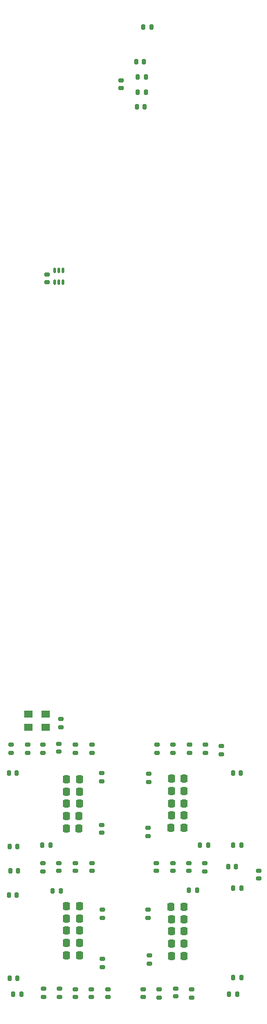
<source format=gbp>
G04 #@! TF.GenerationSoftware,KiCad,Pcbnew,9.0.1*
G04 #@! TF.CreationDate,2025-06-03T01:03:25-04:00*
G04 #@! TF.ProjectId,nerdqaxe++,6e657264-7161-4786-952b-2b2e6b696361,rev?*
G04 #@! TF.SameCoordinates,Original*
G04 #@! TF.FileFunction,Paste,Bot*
G04 #@! TF.FilePolarity,Positive*
%FSLAX46Y46*%
G04 Gerber Fmt 4.6, Leading zero omitted, Abs format (unit mm)*
G04 Created by KiCad (PCBNEW 9.0.1) date 2025-06-03 01:03:25*
%MOMM*%
%LPD*%
G01*
G04 APERTURE LIST*
G04 Aperture macros list*
%AMRoundRect*
0 Rectangle with rounded corners*
0 $1 Rounding radius*
0 $2 $3 $4 $5 $6 $7 $8 $9 X,Y pos of 4 corners*
0 Add a 4 corners polygon primitive as box body*
4,1,4,$2,$3,$4,$5,$6,$7,$8,$9,$2,$3,0*
0 Add four circle primitives for the rounded corners*
1,1,$1+$1,$2,$3*
1,1,$1+$1,$4,$5*
1,1,$1+$1,$6,$7*
1,1,$1+$1,$8,$9*
0 Add four rect primitives between the rounded corners*
20,1,$1+$1,$2,$3,$4,$5,0*
20,1,$1+$1,$4,$5,$6,$7,0*
20,1,$1+$1,$6,$7,$8,$9,0*
20,1,$1+$1,$8,$9,$2,$3,0*%
G04 Aperture macros list end*
%ADD10RoundRect,0.140000X-0.170000X0.140000X-0.170000X-0.140000X0.170000X-0.140000X0.170000X0.140000X0*%
%ADD11RoundRect,0.140000X0.140000X0.170000X-0.140000X0.170000X-0.140000X-0.170000X0.140000X-0.170000X0*%
%ADD12RoundRect,0.135000X-0.135000X-0.185000X0.135000X-0.185000X0.135000X0.185000X-0.135000X0.185000X0*%
%ADD13RoundRect,0.225000X0.225000X0.250000X-0.225000X0.250000X-0.225000X-0.250000X0.225000X-0.250000X0*%
%ADD14RoundRect,0.225000X-0.225000X-0.250000X0.225000X-0.250000X0.225000X0.250000X-0.225000X0.250000X0*%
%ADD15RoundRect,0.135000X0.135000X0.185000X-0.135000X0.185000X-0.135000X-0.185000X0.135000X-0.185000X0*%
%ADD16RoundRect,0.140000X0.170000X-0.140000X0.170000X0.140000X-0.170000X0.140000X-0.170000X-0.140000X0*%
%ADD17RoundRect,0.135000X-0.185000X0.135000X-0.185000X-0.135000X0.185000X-0.135000X0.185000X0.135000X0*%
%ADD18RoundRect,0.140000X-0.140000X-0.170000X0.140000X-0.170000X0.140000X0.170000X-0.140000X0.170000X0*%
%ADD19RoundRect,0.135000X0.185000X-0.135000X0.185000X0.135000X-0.185000X0.135000X-0.185000X-0.135000X0*%
%ADD20R,1.000000X0.900000*%
%ADD21RoundRect,0.050000X0.100000X-0.285000X0.100000X0.285000X-0.100000X0.285000X-0.100000X-0.285000X0*%
G04 APERTURE END LIST*
D10*
X92180000Y-142810000D03*
X92180000Y-143770000D03*
D11*
X109180000Y-140200000D03*
X108220000Y-140200000D03*
D12*
X86100000Y-140460000D03*
X87120000Y-140460000D03*
D13*
X89365000Y-126880000D03*
X87815000Y-126880000D03*
D14*
X100605000Y-142450000D03*
X102155000Y-142450000D03*
D15*
X97497500Y-43000000D03*
X96477500Y-43000000D03*
D14*
X100625000Y-146950000D03*
X102175000Y-146950000D03*
D10*
X102860000Y-122660000D03*
X102860000Y-123620000D03*
D16*
X97190000Y-153480000D03*
X97190000Y-152520000D03*
D17*
X104720000Y-137090000D03*
X104720000Y-138110000D03*
D18*
X96320000Y-39200000D03*
X97280000Y-39200000D03*
D10*
X92855000Y-152490000D03*
X92855000Y-153450000D03*
D13*
X89375000Y-142380000D03*
X87825000Y-142380000D03*
D16*
X86890000Y-138075000D03*
X86890000Y-137115000D03*
D17*
X103100000Y-152480000D03*
X103100000Y-153500000D03*
D13*
X89325000Y-131350000D03*
X87775000Y-131350000D03*
D10*
X106790000Y-122820000D03*
X106790000Y-123780000D03*
D19*
X84900000Y-138120000D03*
X84900000Y-137100000D03*
D13*
X89375000Y-145350000D03*
X87825000Y-145350000D03*
D15*
X85810000Y-134900000D03*
X84790000Y-134900000D03*
D14*
X100625000Y-145450000D03*
X102175000Y-145450000D03*
D10*
X88870000Y-152490000D03*
X88870000Y-153450000D03*
D11*
X81720000Y-126120000D03*
X80760000Y-126120000D03*
D12*
X104160000Y-134890000D03*
X105180000Y-134890000D03*
D18*
X107600000Y-137500000D03*
X108560000Y-137500000D03*
D11*
X81880000Y-138030000D03*
X80920000Y-138030000D03*
D10*
X92200000Y-148820000D03*
X92200000Y-149780000D03*
D16*
X101150000Y-153380000D03*
X101150000Y-152420000D03*
D11*
X109180000Y-151100000D03*
X108220000Y-151100000D03*
D14*
X100625000Y-148420000D03*
X102175000Y-148420000D03*
D16*
X111300000Y-138980000D03*
X111300000Y-138020000D03*
X88890000Y-138075000D03*
X88890000Y-137115000D03*
D17*
X85010000Y-152450000D03*
X85010000Y-153470000D03*
D13*
X89375000Y-143850000D03*
X87825000Y-143850000D03*
D18*
X80820000Y-135070000D03*
X81780000Y-135070000D03*
D16*
X99175000Y-153495000D03*
X99175000Y-152535000D03*
D18*
X80720000Y-141020000D03*
X81680000Y-141020000D03*
D10*
X92100000Y-132420000D03*
X92100000Y-133380000D03*
X85400000Y-65220000D03*
X85400000Y-66180000D03*
D19*
X86920000Y-153480000D03*
X86920000Y-152460000D03*
D16*
X90887476Y-123618486D03*
X90887476Y-122658486D03*
D13*
X89365000Y-129850000D03*
X87815000Y-129850000D03*
D16*
X102770000Y-138050000D03*
X102770000Y-137090000D03*
X97980000Y-149370000D03*
X97980000Y-148410000D03*
X87100000Y-120480000D03*
X87100000Y-119520000D03*
D18*
X108170000Y-126130000D03*
X109130000Y-126130000D03*
D16*
X94500000Y-42480000D03*
X94500000Y-41520000D03*
X97800000Y-133780000D03*
X97800000Y-132820000D03*
D14*
X100625000Y-128300000D03*
X102175000Y-128300000D03*
D17*
X84927476Y-122618486D03*
X84927476Y-123638486D03*
D16*
X88887476Y-123618486D03*
X88887476Y-122658486D03*
D14*
X100625000Y-126800000D03*
X102175000Y-126800000D03*
D16*
X97820000Y-143770000D03*
X97820000Y-142810000D03*
D15*
X103780000Y-140420000D03*
X102760000Y-140420000D03*
D10*
X100850000Y-122660000D03*
X100850000Y-123620000D03*
D20*
X85275000Y-120475000D03*
X83125000Y-120475000D03*
X83125000Y-118925000D03*
X85275000Y-118925000D03*
D13*
X89365000Y-128350000D03*
X87815000Y-128350000D03*
D11*
X109180000Y-134900000D03*
X108220000Y-134900000D03*
D19*
X83007476Y-123638486D03*
X83007476Y-122618486D03*
D15*
X97497500Y-41100000D03*
X96477500Y-41100000D03*
D13*
X89325000Y-132850000D03*
X87775000Y-132850000D03*
D19*
X104820000Y-123660000D03*
X104820000Y-122640000D03*
D18*
X80820000Y-151200000D03*
X81780000Y-151200000D03*
D11*
X82260000Y-153130000D03*
X81300000Y-153130000D03*
X97380000Y-44700000D03*
X96420000Y-44700000D03*
X98180000Y-34970000D03*
X97220000Y-34970000D03*
D14*
X100625000Y-143950000D03*
X102175000Y-143950000D03*
X100605000Y-132770000D03*
X102155000Y-132770000D03*
D16*
X90890000Y-138075000D03*
X90890000Y-137115000D03*
D21*
X87368609Y-66200000D03*
X86868609Y-66200000D03*
X86368609Y-66200000D03*
X86368609Y-64720000D03*
X86868609Y-64720000D03*
X87368609Y-64720000D03*
D13*
X89375000Y-148350000D03*
X87825000Y-148350000D03*
D18*
X107720000Y-153100000D03*
X108680000Y-153100000D03*
D13*
X89375000Y-146850000D03*
X87825000Y-146850000D03*
D14*
X100625000Y-131300000D03*
X102175000Y-131300000D03*
D16*
X86887476Y-123480000D03*
X86887476Y-122520000D03*
D10*
X90870000Y-152490000D03*
X90870000Y-153450000D03*
D16*
X98830000Y-138060000D03*
X98830000Y-137100000D03*
X97900000Y-127180000D03*
X97900000Y-126220000D03*
D10*
X81030000Y-122660000D03*
X81030000Y-123620000D03*
X92100000Y-126120000D03*
X92100000Y-127080000D03*
X98890000Y-122660000D03*
X98890000Y-123620000D03*
D16*
X100800000Y-138050000D03*
X100800000Y-137090000D03*
D14*
X100625000Y-129800000D03*
X102175000Y-129800000D03*
M02*

</source>
